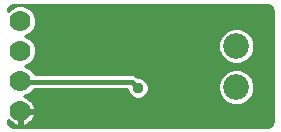
<source format=gbl>
G75*
%MOIN*%
%OFA0B0*%
%FSLAX25Y25*%
%IPPOS*%
%LPD*%
%AMOC8*
5,1,8,0,0,1.08239X$1,22.5*
%
%ADD10C,0.07000*%
%ADD11C,0.08600*%
%ADD12C,0.01000*%
%ADD13C,0.03762*%
%ADD14C,0.01600*%
D10*
X0007563Y0009199D03*
X0007563Y0019199D03*
X0007563Y0029199D03*
X0007563Y0039199D03*
D11*
X0079531Y0030892D03*
X0079531Y0017113D03*
D12*
X0005059Y0003796D02*
X0004361Y0004085D01*
X0003826Y0004619D01*
X0003537Y0005318D01*
X0003500Y0005696D01*
X0003500Y0006285D01*
X0003749Y0005942D01*
X0004306Y0005386D01*
X0004942Y0004923D01*
X0005644Y0004566D01*
X0006392Y0004323D01*
X0007063Y0004216D01*
X0007063Y0008699D01*
X0008063Y0008699D01*
X0008063Y0004216D01*
X0008734Y0004323D01*
X0009482Y0004566D01*
X0010184Y0004923D01*
X0010820Y0005386D01*
X0011377Y0005942D01*
X0011839Y0006579D01*
X0012197Y0007280D01*
X0012440Y0008029D01*
X0012546Y0008699D01*
X0008063Y0008699D01*
X0008063Y0009699D01*
X0012546Y0009699D01*
X0012440Y0010370D01*
X0012197Y0011119D01*
X0011839Y0011820D01*
X0011377Y0012457D01*
X0010820Y0013013D01*
X0010184Y0013476D01*
X0009482Y0013833D01*
X0008761Y0014067D01*
X0010509Y0014791D01*
X0011971Y0016254D01*
X0012025Y0016385D01*
X0043194Y0016385D01*
X0043194Y0016204D01*
X0043740Y0014887D01*
X0044747Y0013880D01*
X0046063Y0013335D01*
X0047488Y0013335D01*
X0048804Y0013880D01*
X0049811Y0014887D01*
X0050357Y0016204D01*
X0050357Y0017628D01*
X0049811Y0018945D01*
X0048804Y0019952D01*
X0047488Y0020497D01*
X0046730Y0020497D01*
X0046223Y0021004D01*
X0045304Y0021384D01*
X0012286Y0021384D01*
X0011971Y0022145D01*
X0010509Y0023608D01*
X0009080Y0024199D01*
X0010509Y0024791D01*
X0011971Y0026254D01*
X0012763Y0028165D01*
X0012763Y0030234D01*
X0011971Y0032145D01*
X0010509Y0033608D01*
X0009080Y0034199D01*
X0010509Y0034791D01*
X0011971Y0036254D01*
X0012763Y0038165D01*
X0012763Y0040234D01*
X0011971Y0042145D01*
X0010509Y0043608D01*
X0008597Y0044399D01*
X0006529Y0044399D01*
X0004617Y0043608D01*
X0003500Y0042490D01*
X0003500Y0042703D01*
X0003537Y0043081D01*
X0003826Y0043780D01*
X0004361Y0044314D01*
X0005059Y0044603D01*
X0005437Y0044640D01*
X0089689Y0044640D01*
X0090067Y0044603D01*
X0090765Y0044314D01*
X0091300Y0043780D01*
X0091589Y0043081D01*
X0091626Y0042703D01*
X0091626Y0005696D01*
X0091589Y0005318D01*
X0091300Y0004619D01*
X0090765Y0004085D01*
X0090067Y0003796D01*
X0089689Y0003759D01*
X0005437Y0003759D01*
X0005059Y0003796D01*
X0005274Y0004754D02*
X0003771Y0004754D01*
X0003939Y0005753D02*
X0003500Y0005753D01*
X0007063Y0005753D02*
X0008063Y0005753D01*
X0008063Y0006751D02*
X0007063Y0006751D01*
X0007063Y0007750D02*
X0008063Y0007750D01*
X0008063Y0008748D02*
X0091626Y0008748D01*
X0091626Y0007750D02*
X0012349Y0007750D01*
X0011927Y0006751D02*
X0091626Y0006751D01*
X0091626Y0005753D02*
X0011187Y0005753D01*
X0009852Y0004754D02*
X0091355Y0004754D01*
X0091626Y0009747D02*
X0012539Y0009747D01*
X0012318Y0010745D02*
X0091626Y0010745D01*
X0091626Y0011744D02*
X0082248Y0011744D01*
X0082930Y0012026D02*
X0080725Y0011113D01*
X0078338Y0011113D01*
X0076133Y0012026D01*
X0074445Y0013714D01*
X0073531Y0015919D01*
X0073531Y0018306D01*
X0074445Y0020512D01*
X0076133Y0022199D01*
X0078338Y0023113D01*
X0080725Y0023113D01*
X0082930Y0022199D01*
X0084618Y0020512D01*
X0085531Y0018306D01*
X0085531Y0015919D01*
X0084618Y0013714D01*
X0082930Y0012026D01*
X0083646Y0012742D02*
X0091626Y0012742D01*
X0091626Y0013741D02*
X0084629Y0013741D01*
X0085043Y0014739D02*
X0091626Y0014739D01*
X0091626Y0015738D02*
X0085456Y0015738D01*
X0085531Y0016736D02*
X0091626Y0016736D01*
X0091626Y0017735D02*
X0085531Y0017735D01*
X0085355Y0018733D02*
X0091626Y0018733D01*
X0091626Y0019732D02*
X0084941Y0019732D01*
X0084399Y0020730D02*
X0091626Y0020730D01*
X0091626Y0021729D02*
X0083401Y0021729D01*
X0081656Y0022727D02*
X0091626Y0022727D01*
X0091626Y0023726D02*
X0010224Y0023726D01*
X0010347Y0024724D02*
X0091626Y0024724D01*
X0091626Y0025723D02*
X0082730Y0025723D01*
X0082930Y0025806D02*
X0084618Y0027494D01*
X0085531Y0029699D01*
X0085531Y0032086D01*
X0084618Y0034291D01*
X0082930Y0035979D01*
X0080725Y0036892D01*
X0078338Y0036892D01*
X0076133Y0035979D01*
X0074445Y0034291D01*
X0073531Y0032086D01*
X0073531Y0029699D01*
X0074445Y0027494D01*
X0076133Y0025806D01*
X0078338Y0024892D01*
X0080725Y0024892D01*
X0082930Y0025806D01*
X0083846Y0026721D02*
X0091626Y0026721D01*
X0091626Y0027720D02*
X0084712Y0027720D01*
X0085125Y0028718D02*
X0091626Y0028718D01*
X0091626Y0029717D02*
X0085531Y0029717D01*
X0085531Y0030715D02*
X0091626Y0030715D01*
X0091626Y0031714D02*
X0085531Y0031714D01*
X0085272Y0032712D02*
X0091626Y0032712D01*
X0091626Y0033711D02*
X0084858Y0033711D01*
X0084200Y0034709D02*
X0091626Y0034709D01*
X0091626Y0035708D02*
X0083201Y0035708D01*
X0081174Y0036706D02*
X0091626Y0036706D01*
X0091626Y0037705D02*
X0012572Y0037705D01*
X0012763Y0038703D02*
X0091626Y0038703D01*
X0091626Y0039702D02*
X0012763Y0039702D01*
X0012570Y0040700D02*
X0091626Y0040700D01*
X0091626Y0041699D02*
X0012156Y0041699D01*
X0011419Y0042697D02*
X0091626Y0042697D01*
X0091334Y0043696D02*
X0010296Y0043696D01*
X0004830Y0043696D02*
X0003792Y0043696D01*
X0003707Y0042697D02*
X0003500Y0042697D01*
X0012159Y0036706D02*
X0077889Y0036706D01*
X0075862Y0035708D02*
X0011425Y0035708D01*
X0010311Y0034709D02*
X0074863Y0034709D01*
X0074205Y0033711D02*
X0010260Y0033711D01*
X0011404Y0032712D02*
X0073791Y0032712D01*
X0073531Y0031714D02*
X0012150Y0031714D01*
X0012564Y0030715D02*
X0073531Y0030715D01*
X0073531Y0029717D02*
X0012763Y0029717D01*
X0012763Y0028718D02*
X0073938Y0028718D01*
X0074351Y0027720D02*
X0012579Y0027720D01*
X0012165Y0026721D02*
X0075217Y0026721D01*
X0076333Y0025723D02*
X0011440Y0025723D01*
X0011389Y0022727D02*
X0077407Y0022727D01*
X0075662Y0021729D02*
X0012144Y0021729D01*
X0011455Y0015738D02*
X0043387Y0015738D01*
X0043888Y0014739D02*
X0010383Y0014739D01*
X0009664Y0013741D02*
X0045084Y0013741D01*
X0048467Y0013741D02*
X0074434Y0013741D01*
X0074020Y0014739D02*
X0049663Y0014739D01*
X0050164Y0015738D02*
X0073607Y0015738D01*
X0073531Y0016736D02*
X0050357Y0016736D01*
X0050313Y0017735D02*
X0073531Y0017735D01*
X0073708Y0018733D02*
X0049899Y0018733D01*
X0049024Y0019732D02*
X0074122Y0019732D01*
X0074664Y0020730D02*
X0046497Y0020730D01*
X0075417Y0012742D02*
X0011091Y0012742D01*
X0011878Y0011744D02*
X0076815Y0011744D01*
X0008063Y0004754D02*
X0007063Y0004754D01*
D13*
X0046776Y0016916D03*
X0017248Y0034829D03*
D14*
X0007563Y0019199D02*
X0007878Y0018885D01*
X0044807Y0018885D01*
X0046776Y0016916D01*
M02*

</source>
